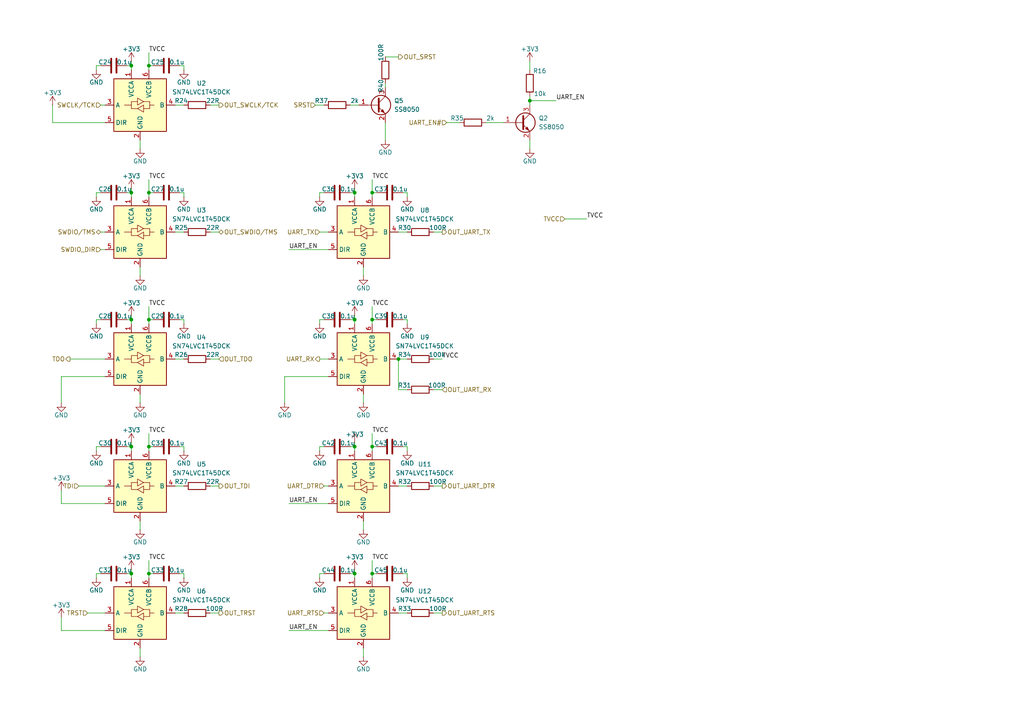
<source format=kicad_sch>
(kicad_sch (version 20250114) (generator "eeschema") (generator_version "9.0")
  (paper "A4")
  (lib_symbols
    (symbol "Device:C" (pin_numbers (hide yes)) (pin_names (offset 0.254))
      (property "Reference" "C" (at 0.635 2.54 0))
      (property "Value" "C" (at 0.635 -2.54 0))
      (symbol "C_0_1"
        (polyline (pts (xy -2.032 0.762) (xy 2.032 0.762)) (stroke (width 0.508)))
        (polyline (pts (xy -2.032 -0.762) (xy 2.032 -0.762)) (stroke (width 0.508)))
      )
      (symbol "C_1_1"
        (pin passive line (at 0 3.81 270) (length 2.794) (name "~") (number "1"))
        (pin passive line (at 0 -3.81 90) (length 2.794) (name "~") (number "2"))
      )
    )
    (symbol "Device:R" (pin_numbers (hide yes)) (pin_names (offset 0))
      (property "Reference" "R" (at 2.032 0 90))
      (property "Value" "R" (at 0 0 90))
      (symbol "R_0_1"
        (rectangle (start -1.016 -2.54) (end 1.016 2.54) (stroke (width 0.254)))
      )
      (symbol "R_1_1"
        (pin passive line (at 0 3.81 270) (length 1.27) (name "~") (number "1"))
        (pin passive line (at 0 -3.81 90) (length 1.27) (name "~") (number "2"))
      )
    )
    (symbol "Logic_LevelTranslator:SN74LVC1T45DCK"
      (property "Reference" "U" (at -6.35 8.89 0))
      (property "Value" "SN74LVC1T45DCK" (at 3.81 8.89 0))
      (symbol "SN74LVC1T45DCK_0_1"
        (rectangle (start -7.62 7.62) (end 7.62 -7.62) (stroke (width 0.254)) (fill (type background)))
        (polyline (pts (xy -2.54 0) (xy -2.54 1.016) (xy -0.762 1.016)))
        (polyline (pts (xy -0.762 0) (xy -0.762 2.032) (xy 1.016 1.016) (xy -0.762 0)))
        (polyline (pts (xy -0.762 -1.016) (xy -2.54 -1.016) (xy -2.54 0) (xy -4.572 0)))
        (polyline (pts (xy 1.016 1.016) (xy 2.794 1.016) (xy 2.794 0) (xy 4.064 0)))
        (polyline (pts (xy 1.016 0) (xy 1.016 -1.778) (xy 1.016 -2.032) (xy -0.762 -1.016) (xy 1.016 0)))
        (polyline (pts (xy 2.794 0) (xy 2.794 -1.016) (xy 1.016 -1.016)))
      )
      (symbol "SN74LVC1T45DCK_1_1"
        (pin bidirectional line (at -10.16 0 0) (length 2.54) (name "A") (number "3"))
        (pin input line (at -10.16 -5.08 0) (length 2.54) (name "DIR") (number "5"))
        (pin power_in line (at -2.54 10.16 270) (length 2.54) (name "VCCA") (number "1"))
        (pin power_in line (at 0 -10.16 90) (length 2.54) (name "GND") (number "2"))
        (pin power_in line (at 2.54 10.16 270) (length 2.54) (name "VCCB") (number "6"))
        (pin bidirectional line (at 10.16 0 180) (length 2.54) (name "B") (number "4"))
      )
    )
    (symbol "Transistor_BJT:SS8050" (pin_names (offset 0) (hide yes))
      (property "Reference" "Q" (at 5.08 1.905 0))
      (property "Value" "SS8050" (at 5.08 0 0))
      (symbol "SS8050_0_1"
        (polyline (pts (xy -2.54 0) (xy 0.635 0)))
        (polyline (pts (xy 0.635 1.905) (xy 0.635 -1.905)) (stroke (width 0.508)))
        (circle (center 1.27 0) (radius 2.8194) (stroke (width 0.254)))
      )
      (symbol "SS8050_1_1"
        (polyline (pts (xy 0.635 0.635) (xy 2.54 2.54)))
        (polyline (pts (xy 0.635 -0.635) (xy 2.54 -2.54)))
        (polyline (pts (xy 1.27 -1.778) (xy 1.778 -1.27) (xy 2.286 -2.286) (xy 1.27 -1.778)) (fill (type outline)))
        (pin input line (at -5.08 0 0) (length 2.54) (name "B") (number "1"))
        (pin passive line (at 2.54 5.08 270) (length 2.54) (name "C") (number "3"))
        (pin passive line (at 2.54 -5.08 90) (length 2.54) (name "E") (number "2"))
      )
    )
    (symbol "power:+3V3" (power) (pin_numbers (hide yes)) (pin_names (offset 0) (hide yes))
      (property "Value" "+3V3" (at 0 3.556 0))
      (symbol "+3V3_0_1"
        (polyline (pts (xy -0.762 1.27) (xy 0 2.54)))
        (polyline (pts (xy 0 2.54) (xy 0.762 1.27)))
        (polyline (pts (xy 0 0) (xy 0 2.54)))
      )
      (symbol "+3V3_1_1"
        (pin power_in line (at 0 0 90) (length 0) (name "~") (number "1"))
      )
    )
    (symbol "power:GND" (power) (pin_numbers (hide yes)) (pin_names (offset 0) (hide yes))
      (property "Value" "GND" (at 0 -3.81 0))
      (symbol "GND_0_1"
        (polyline (pts (xy 0 0) (xy 0 -1.27) (xy 1.27 -1.27) (xy 0 -2.54) (xy -1.27 -1.27) (xy 0 -1.27)))
      )
      (symbol "GND_1_1"
        (pin power_in line (at 0 0 270) (length 0) (name "~") (number "1"))
      )
    )
  )
  (junction (at 153.67 29.21))
  (junction (at 38.1 166.37))
  (junction (at 43.18 19.05))
  (junction (at 107.95 129.54))
  (junction (at 107.95 92.71))
  (junction (at 43.18 92.71))
  (junction (at 102.87 92.71))
  (junction (at 102.87 166.37))
  (junction (at 107.95 166.37))
  (junction (at 38.1 55.88))
  (junction (at 115.57 104.14))
  (junction (at 43.18 166.37))
  (junction (at 43.18 129.54))
  (junction (at 107.95 55.88))
  (junction (at 43.18 55.88))
  (junction (at 38.1 92.71))
  (junction (at 102.87 129.54))
  (junction (at 102.87 55.88))
  (junction (at 38.1 19.05))
  (junction (at 38.1 129.54))
  (wire (pts (xy 29.21 55.88) (xy 27.94 55.88)))
  (wire (pts (xy 60.96 140.97) (xy 63.5 140.97)))
  (wire (pts (xy 153.67 27.94) (xy 153.67 29.21)))
  (wire (pts (xy 118.11 55.88) (xy 118.11 57.15)))
  (wire (pts (xy 153.67 40.64) (xy 153.67 43.18)))
  (wire (pts (xy 43.18 129.54) (xy 43.18 130.81)))
  (wire (pts (xy 116.84 166.37) (xy 118.11 166.37)))
  (wire (pts (xy 153.67 29.21) (xy 153.67 30.48)))
  (wire (pts (xy 107.95 125.73) (xy 107.95 129.54)))
  (wire (pts (xy 102.87 166.37) (xy 102.87 167.64)))
  (wire (pts (xy 92.71 129.54) (xy 92.71 130.81)))
  (wire (pts (xy 43.18 166.37) (xy 43.18 167.64)))
  (wire (pts (xy 43.18 15.24) (xy 43.18 19.05)))
  (wire (pts (xy 52.07 19.05) (xy 53.34 19.05)))
  (wire (pts (xy 107.95 55.88) (xy 109.22 55.88)))
  (wire (pts (xy 27.94 129.54) (xy 27.94 130.81)))
  (wire (pts (xy 53.34 92.71) (xy 53.34 93.98)))
  (wire (pts (xy 60.96 30.48) (xy 63.5 30.48)))
  (wire (pts (xy 82.55 109.22) (xy 95.25 109.22)))
  (wire (pts (xy 43.18 92.71) (xy 43.18 93.98)))
  (wire (pts (xy 101.6 55.88) (xy 102.87 55.88)))
  (wire (pts (xy 83.82 146.05) (xy 95.25 146.05)))
  (wire (pts (xy 17.78 109.22) (xy 17.78 116.84)))
  (wire (pts (xy 27.94 55.88) (xy 27.94 57.15)))
  (wire (pts (xy 53.34 19.05) (xy 53.34 20.32)))
  (wire (pts (xy 91.44 30.48) (xy 93.98 30.48)))
  (wire (pts (xy 82.55 109.22) (xy 82.55 116.84)))
  (wire (pts (xy 111.76 24.13) (xy 111.76 25.4)))
  (wire (pts (xy 116.84 55.88) (xy 118.11 55.88)))
  (wire (pts (xy 107.95 162.56) (xy 107.95 166.37)))
  (wire (pts (xy 115.57 177.8) (xy 118.11 177.8)))
  (wire (pts (xy 93.98 140.97) (xy 95.25 140.97)))
  (wire (pts (xy 111.76 35.56) (xy 111.76 40.64)))
  (wire (pts (xy 101.6 92.71) (xy 102.87 92.71)))
  (wire (pts (xy 38.1 55.88) (xy 38.1 57.15)))
  (wire (pts (xy 52.07 129.54) (xy 53.34 129.54)))
  (wire (pts (xy 43.18 52.07) (xy 43.18 55.88)))
  (wire (pts (xy 38.1 165.1) (xy 38.1 166.37)))
  (wire (pts (xy 36.83 166.37) (xy 38.1 166.37)))
  (wire (pts (xy 125.73 140.97) (xy 128.27 140.97)))
  (wire (pts (xy 17.78 179.07) (xy 17.78 182.88)))
  (wire (pts (xy 102.87 129.54) (xy 102.87 130.81)))
  (wire (pts (xy 43.18 162.56) (xy 43.18 166.37)))
  (wire (pts (xy 115.57 104.14) (xy 118.11 104.14)))
  (wire (pts (xy 93.98 177.8) (xy 95.25 177.8)))
  (wire (pts (xy 27.94 166.37) (xy 27.94 167.64)))
  (wire (pts (xy 93.98 55.88) (xy 92.71 55.88)))
  (wire (pts (xy 101.6 30.48) (xy 104.14 30.48)))
  (wire (pts (xy 50.8 30.48) (xy 53.34 30.48)))
  (wire (pts (xy 36.83 92.71) (xy 38.1 92.71)))
  (wire (pts (xy 118.11 92.71) (xy 118.11 93.98)))
  (wire (pts (xy 102.87 128.27) (xy 102.87 129.54)))
  (wire (pts (xy 102.87 55.88) (xy 102.87 57.15)))
  (wire (pts (xy 50.8 104.14) (xy 53.34 104.14)))
  (wire (pts (xy 38.1 166.37) (xy 38.1 167.64)))
  (wire (pts (xy 153.67 29.21) (xy 161.29 29.21)))
  (wire (pts (xy 38.1 128.27) (xy 38.1 129.54)))
  (wire (pts (xy 43.18 19.05) (xy 44.45 19.05)))
  (wire (pts (xy 38.1 91.44) (xy 38.1 92.71)))
  (wire (pts (xy 101.6 129.54) (xy 102.87 129.54)))
  (wire (pts (xy 105.41 114.3) (xy 105.41 116.84)))
  (wire (pts (xy 107.95 92.71) (xy 107.95 93.98)))
  (wire (pts (xy 116.84 92.71) (xy 118.11 92.71)))
  (wire (pts (xy 125.73 113.03) (xy 128.27 113.03)))
  (wire (pts (xy 107.95 88.9) (xy 107.95 92.71)))
  (wire (pts (xy 52.07 55.88) (xy 53.34 55.88)))
  (wire (pts (xy 52.07 166.37) (xy 53.34 166.37)))
  (wire (pts (xy 17.78 182.88) (xy 30.48 182.88)))
  (wire (pts (xy 36.83 129.54) (xy 38.1 129.54)))
  (wire (pts (xy 92.71 92.71) (xy 92.71 93.98)))
  (wire (pts (xy 125.73 104.14) (xy 128.27 104.14)))
  (wire (pts (xy 60.96 104.14) (xy 63.5 104.14)))
  (wire (pts (xy 36.83 19.05) (xy 38.1 19.05)))
  (wire (pts (xy 40.64 114.3) (xy 40.64 116.84)))
  (wire (pts (xy 111.76 16.51) (xy 115.57 16.51)))
  (wire (pts (xy 27.94 19.05) (xy 27.94 20.32)))
  (wire (pts (xy 107.95 166.37) (xy 107.95 167.64)))
  (wire (pts (xy 38.1 129.54) (xy 38.1 130.81)))
  (wire (pts (xy 17.78 146.05) (xy 30.48 146.05)))
  (wire (pts (xy 50.8 177.8) (xy 53.34 177.8)))
  (wire (pts (xy 38.1 54.61) (xy 38.1 55.88)))
  (wire (pts (xy 107.95 166.37) (xy 109.22 166.37)))
  (wire (pts (xy 43.18 19.05) (xy 43.18 20.32)))
  (wire (pts (xy 115.57 140.97) (xy 118.11 140.97)))
  (wire (pts (xy 125.73 67.31) (xy 128.27 67.31)))
  (wire (pts (xy 93.98 92.71) (xy 92.71 92.71)))
  (wire (pts (xy 107.95 129.54) (xy 107.95 130.81)))
  (wire (pts (xy 129.54 35.56) (xy 133.35 35.56)))
  (wire (pts (xy 43.18 88.9) (xy 43.18 92.71)))
  (wire (pts (xy 118.11 129.54) (xy 118.11 130.81)))
  (wire (pts (xy 15.24 30.48) (xy 15.24 35.56)))
  (wire (pts (xy 115.57 113.03) (xy 115.57 104.14)))
  (wire (pts (xy 53.34 55.88) (xy 53.34 57.15)))
  (wire (pts (xy 40.64 40.64) (xy 40.64 43.18)))
  (wire (pts (xy 102.87 92.71) (xy 102.87 93.98)))
  (wire (pts (xy 140.97 35.56) (xy 146.05 35.56)))
  (wire (pts (xy 15.24 35.56) (xy 30.48 35.56)))
  (wire (pts (xy 22.86 140.97) (xy 30.48 140.97)))
  (wire (pts (xy 43.18 129.54) (xy 44.45 129.54)))
  (wire (pts (xy 20.32 104.14) (xy 30.48 104.14)))
  (wire (pts (xy 29.21 72.39) (xy 30.48 72.39)))
  (wire (pts (xy 29.21 92.71) (xy 27.94 92.71)))
  (wire (pts (xy 38.1 19.05) (xy 38.1 20.32)))
  (wire (pts (xy 53.34 166.37) (xy 53.34 167.64)))
  (wire (pts (xy 107.95 129.54) (xy 109.22 129.54)))
  (wire (pts (xy 102.87 91.44) (xy 102.87 92.71)))
  (wire (pts (xy 50.8 67.31) (xy 53.34 67.31)))
  (wire (pts (xy 25.4 177.8) (xy 30.48 177.8)))
  (wire (pts (xy 40.64 187.96) (xy 40.64 190.5)))
  (wire (pts (xy 102.87 165.1) (xy 102.87 166.37)))
  (wire (pts (xy 102.87 54.61) (xy 102.87 55.88)))
  (wire (pts (xy 83.82 72.39) (xy 95.25 72.39)))
  (wire (pts (xy 115.57 67.31) (xy 118.11 67.31)))
  (wire (pts (xy 107.95 92.71) (xy 109.22 92.71)))
  (wire (pts (xy 93.98 166.37) (xy 92.71 166.37)))
  (wire (pts (xy 43.18 55.88) (xy 43.18 57.15)))
  (wire (pts (xy 92.71 67.31) (xy 95.25 67.31)))
  (wire (pts (xy 60.96 177.8) (xy 63.5 177.8)))
  (wire (pts (xy 125.73 177.8) (xy 128.27 177.8)))
  (wire (pts (xy 43.18 125.73) (xy 43.18 129.54)))
  (wire (pts (xy 60.96 67.31) (xy 63.5 67.31)))
  (wire (pts (xy 43.18 166.37) (xy 44.45 166.37)))
  (wire (pts (xy 93.98 129.54) (xy 92.71 129.54)))
  (wire (pts (xy 92.71 104.14) (xy 95.25 104.14)))
  (wire (pts (xy 27.94 92.71) (xy 27.94 93.98)))
  (wire (pts (xy 17.78 142.24) (xy 17.78 146.05)))
  (wire (pts (xy 52.07 92.71) (xy 53.34 92.71)))
  (wire (pts (xy 107.95 55.88) (xy 107.95 57.15)))
  (wire (pts (xy 105.41 151.13) (xy 105.41 153.67)))
  (wire (pts (xy 50.8 140.97) (xy 53.34 140.97)))
  (wire (pts (xy 83.82 182.88) (xy 95.25 182.88)))
  (wire (pts (xy 163.83 63.5) (xy 170.18 63.5)))
  (wire (pts (xy 92.71 55.88) (xy 92.71 57.15)))
  (wire (pts (xy 29.21 19.05) (xy 27.94 19.05)))
  (wire (pts (xy 36.83 55.88) (xy 38.1 55.88)))
  (wire (pts (xy 105.41 187.96) (xy 105.41 190.5)))
  (wire (pts (xy 43.18 55.88) (xy 44.45 55.88)))
  (wire (pts (xy 17.78 109.22) (xy 30.48 109.22)))
  (wire (pts (xy 116.84 129.54) (xy 118.11 129.54)))
  (wire (pts (xy 40.64 151.13) (xy 40.64 153.67)))
  (wire (pts (xy 115.57 113.03) (xy 118.11 113.03)))
  (wire (pts (xy 53.34 129.54) (xy 53.34 130.81)))
  (wire (pts (xy 105.41 77.47) (xy 105.41 80.01)))
  (wire (pts (xy 101.6 166.37) (xy 102.87 166.37)))
  (wire (pts (xy 29.21 67.31) (xy 30.48 67.31)))
  (wire (pts (xy 38.1 17.78) (xy 38.1 19.05)))
  (wire (pts (xy 153.67 17.78) (xy 153.67 20.32)))
  (wire (pts (xy 118.11 166.37) (xy 118.11 167.64)))
  (wire (pts (xy 29.21 166.37) (xy 27.94 166.37)))
  (wire (pts (xy 38.1 92.71) (xy 38.1 93.98)))
  (wire (pts (xy 29.21 129.54) (xy 27.94 129.54)))
  (wire (pts (xy 107.95 52.07) (xy 107.95 55.88)))
  (wire (pts (xy 40.64 77.47) (xy 40.64 80.01)))
  (wire (pts (xy 29.21 30.48) (xy 30.48 30.48)))
  (wire (pts (xy 43.18 92.71) (xy 44.45 92.71)))
  (wire (pts (xy 92.71 166.37) (xy 92.71 167.64)))
  (label "UART_EN" (at 83.82 72.39 0))
  (label "TVCC" (at 107.95 162.56 0))
  (label "UART_EN" (at 83.82 146.05 0))
  (label "TVCC" (at 43.18 52.07 0))
  (label "TVCC" (at 43.18 125.73 0))
  (label "TVCC" (at 43.18 15.24 0))
  (label "TVCC" (at 107.95 125.73 0))
  (label "TVCC" (at 43.18 88.9 0))
  (label "TVCC" (at 170.18 63.5 0))
  (label "TVCC" (at 43.18 162.56 0))
  (label "UART_EN" (at 83.82 182.88 0))
  (label "TVCC" (at 107.95 52.07 0))
  (label "UART_EN" (at 161.29 29.21 0))
  (label "TVCC" (at 107.95 88.9 0))
  (label "TVCC" (at 128.27 104.14 0))
  (hierarchical_label "OUT_TDO" (shape input) (at 63.5 104.14 0))
  (hierarchical_label "SWCLK{slash}TCK" (shape input) (at 29.21 30.48 180))
  (hierarchical_label "OUT_UART_RX" (shape input) (at 128.27 113.03 0))
  (hierarchical_label "TDO" (shape output) (at 20.32 104.14 180))
  (hierarchical_label "OUT_TDI" (shape output) (at 63.5 140.97 0))
  (hierarchical_label "TVCC" (shape input) (at 163.83 63.5 180))
  (hierarchical_label "OUT_UART_RTS" (shape output) (at 128.27 177.8 0))
  (hierarchical_label "OUT_UART_DTR" (shape output) (at 128.27 140.97 0))
  (hierarchical_label "OUT_SWCLK{slash}TCK" (shape output) (at 63.5 30.48 0))
  (hierarchical_label "SWDIO{slash}TMS" (shape bidirectional) (at 29.21 67.31 180))
  (hierarchical_label "SRST" (shape input) (at 91.44 30.48 180))
  (hierarchical_label "OUT_TRST" (shape output) (at 63.5 177.8 0))
  (hierarchical_label "TRST" (shape input) (at 25.4 177.8 180))
  (hierarchical_label "UART_EN#" (shape input) (at 129.54 35.56 180))
  (hierarchical_label "UART_TX" (shape input) (at 92.71 67.31 180))
  (hierarchical_label "OUT_SRST" (shape output) (at 115.57 16.51 0))
  (hierarchical_label "UART_RTS" (shape input) (at 93.98 177.8 180))
  (hierarchical_label "UART_RX" (shape output) (at 92.71 104.14 180))
  (hierarchical_label "OUT_UART_TX" (shape output) (at 128.27 67.31 0))
  (hierarchical_label "OUT_SWDIO{slash}TMS" (shape bidirectional) (at 63.5 67.31 0))
  (hierarchical_label "SWDIO_DIR" (shape input) (at 29.21 72.39 180))
  (hierarchical_label "UART_DTR" (shape input) (at 93.98 140.97 180))
  (hierarchical_label "TDI" (shape input) (at 22.86 140.97 180))
  (symbol (lib_id "power:GND") (at 92.71 167.64 0) (unit 1)
    (property "Reference" "#PWR081" (effects (hide yes)))
    (property "Value" "GND" (at 92.71 171.196 0))
    (property "Description" "Power symbol creates a global label with name \"GND\" , ground" (effects (hide yes)))
  )
  (symbol (lib_id "power:GND") (at 27.94 20.32 0) (unit 1)
    (property "Reference" "#PWR022" (effects (hide yes)))
    (property "Value" "GND" (at 27.94 23.876 0))
    (property "Description" "Power symbol creates a global label with name \"GND\" , ground" (effects (hide yes)))
  )
  (symbol (lib_id "Device:R") (at 57.15 30.48 90) (unit 1)
    (property "Reference" "R24" (at 52.578 29.21 90))
    (property "Value" "22R" (at 61.722 29.21 90))
    (property "Footprint" "Resistor_SMD:R_0402_1005Metric" (effects (hide yes)))
    (property "Description" "Resistor" (effects (hide yes)))
  )
  (symbol (lib_id "power:GND") (at 40.64 190.5 0) (unit 1)
    (property "Reference" "#PWR048" (effects (hide yes)))
    (property "Value" "GND" (at 40.64 194.056 0))
    (property "Description" "Power symbol creates a global label with name \"GND\" , ground" (effects (hide yes)))
  )
  (symbol (lib_id "Device:R") (at 121.92 67.31 90) (unit 1)
    (property "Reference" "R30" (at 117.348 66.04 90))
    (property "Value" "100R" (at 127 66.04 90))
    (property "Footprint" "Resistor_SMD:R_0402_1005Metric" (effects (hide yes)))
    (property "Description" "Resistor" (effects (hide yes)))
  )
  (symbol (lib_id "power:GND") (at 27.94 57.15 0) (unit 1)
    (property "Reference" "#PWR028" (effects (hide yes)))
    (property "Value" "GND" (at 27.94 60.706 0))
    (property "Description" "Power symbol creates a global label with name \"GND\" , ground" (effects (hide yes)))
  )
  (symbol (lib_id "power:GND") (at 27.94 93.98 0) (unit 1)
    (property "Reference" "#PWR033" (effects (hide yes)))
    (property "Value" "GND" (at 27.94 97.536 0))
    (property "Description" "Power symbol creates a global label with name \"GND\" , ground" (effects (hide yes)))
  )
  (symbol (lib_id "power:+3V3") (at 102.87 165.1 0) (unit 1)
    (property "Reference" "#PWR079" (effects (hide yes)))
    (property "Value" "+3V3" (at 102.87 161.544 0))
    (property "Description" "Power symbol creates a global label with name \"+3V3\"" (effects (hide yes)))
  )
  (symbol (lib_id "Device:C") (at 33.02 129.54 90) (unit 1)
    (property "Reference" "C30" (at 30.48 128.524 90))
    (property "Value" "0.1u" (at 36.068 128.524 90))
    (property "Footprint" "Capacitor_SMD:C_0402_1005Metric" (effects (hide yes)))
    (property "Description" "Unpolarized capacitor" (effects (hide yes)))
  )
  (symbol (lib_id "Device:C") (at 113.03 92.71 90) (unit 1)
    (property "Reference" "C39" (at 110.49 91.694 90))
    (property "Value" "0.1u" (at 116.078 91.694 90))
    (property "Footprint" "Capacitor_SMD:C_0402_1005Metric" (effects (hide yes)))
    (property "Description" "Unpolarized capacitor" (effects (hide yes)))
  )
  (symbol (lib_id "Device:R") (at 121.92 140.97 90) (unit 1)
    (property "Reference" "R32" (at 117.348 139.7 90))
    (property "Value" "100R" (at 127 139.7 90))
    (property "Footprint" "Resistor_SMD:R_0402_1005Metric" (effects (hide yes)))
    (property "Description" "Resistor" (effects (hide yes)))
  )
  (symbol (lib_id "power:GND") (at 40.64 80.01 0) (unit 1)
    (property "Reference" "#PWR030" (effects (hide yes)))
    (property "Value" "GND" (at 40.64 83.566 0))
    (property "Description" "Power symbol creates a global label with name \"GND\" , ground" (effects (hide yes)))
  )
  (symbol (lib_id "Device:C") (at 33.02 55.88 90) (unit 1)
    (property "Reference" "C26" (at 30.48 54.864 90))
    (property "Value" "0.1u" (at 36.068 54.864 90))
    (property "Footprint" "Capacitor_SMD:C_0402_1005Metric" (effects (hide yes)))
    (property "Description" "Unpolarized capacitor" (effects (hide yes)))
  )
  (symbol (lib_id "power:+3V3") (at 38.1 17.78 0) (unit 1)
    (property "Reference" "#PWR018" (effects (hide yes)))
    (property "Value" "+3V3" (at 38.1 14.224 0))
    (property "Description" "Power symbol creates a global label with name \"+3V3\"" (effects (hide yes)))
  )
  (symbol (lib_id "power:GND") (at 118.11 57.15 0) (unit 1)
    (property "Reference" "#PWR058" (effects (hide yes)))
    (property "Value" "GND" (at 118.11 60.706 0))
    (property "Description" "Power symbol creates a global label with name \"GND\" , ground" (effects (hide yes)))
  )
  (symbol (lib_id "power:GND") (at 40.64 153.67 0) (unit 1)
    (property "Reference" "#PWR042" (effects (hide yes)))
    (property "Value" "GND" (at 40.64 157.226 0))
    (property "Description" "Power symbol creates a global label with name \"GND\" , ground" (effects (hide yes)))
  )
  (symbol (lib_id "Device:C") (at 33.02 19.05 90) (unit 1)
    (property "Reference" "C24" (at 30.48 18.034 90))
    (property "Value" "0.1u" (at 36.068 18.034 90))
    (property "Footprint" "Capacitor_SMD:C_0402_1005Metric" (effects (hide yes)))
    (property "Description" "Unpolarized capacitor" (effects (hide yes)))
  )
  (symbol (lib_id "Transistor_BJT:SS8050") (at 151.13 35.56 0) (unit 1)
    (property "Reference" "Q2" (at 156.21 34.2899 0) (effects (justify left)))
    (property "Value" "SS8050" (at 156.21 36.8299 0) (effects (justify left)))
    (property "Footprint" "Package_TO_SOT_SMD:SOT-23" (effects (hide yes)))
    (property "Datasheet" "http://www.secosgmbh.com/datasheet/products/SSMPTransistor/SOT-23/SS8050.pdf" (effects (hide yes)))
    (property "Description" "General Purpose NPN Transistor, 1.5A Ic, 25V Vce, SOT-23" (effects (hide yes)))
  )
  (symbol (lib_id "power:GND") (at 53.34 167.64 0) (unit 1)
    (property "Reference" "#PWR046" (effects (hide yes)))
    (property "Value" "GND" (at 53.34 171.196 0))
    (property "Description" "Power symbol creates a global label with name \"GND\" , ground" (effects (hide yes)))
  )
  (symbol (lib_id "Device:R") (at 57.15 177.8 90) (unit 1)
    (property "Reference" "R28" (at 52.578 176.53 90))
    (property "Value" "100R" (at 62.23 176.53 90))
    (property "Footprint" "Resistor_SMD:R_0402_1005Metric" (effects (hide yes)))
    (property "Description" "Resistor" (effects (hide yes)))
  )
  (symbol (lib_id "power:GND") (at 40.64 43.18 0) (unit 1)
    (property "Reference" "#PWR025" (effects (hide yes)))
    (property "Value" "GND" (at 40.64 46.736 0))
    (property "Description" "Power symbol creates a global label with name \"GND\" , ground" (effects (hide yes)))
  )
  (symbol (lib_id "Device:C") (at 48.26 55.88 90) (unit 1)
    (property "Reference" "C27" (at 45.72 54.864 90))
    (property "Value" "0.1u" (at 51.308 54.864 90))
    (property "Footprint" "Capacitor_SMD:C_0402_1005Metric" (effects (hide yes)))
    (property "Description" "Unpolarized capacitor" (effects (hide yes)))
  )
  (symbol (lib_id "power:GND") (at 53.34 20.32 0) (unit 1)
    (property "Reference" "#PWR023" (effects (hide yes)))
    (property "Value" "GND" (at 53.34 23.876 0))
    (property "Description" "Power symbol creates a global label with name \"GND\" , ground" (effects (hide yes)))
  )
  (symbol (lib_id "Logic_LevelTranslator:SN74LVC1T45DCK") (at 105.41 67.31 0) (unit 1)
    (property "Reference" "U8" (at 123.19 60.9914 0))
    (property "Value" "SN74LVC1T45DCK" (at 123.19 63.5314 0))
    (property "Footprint" "Package_TO_SOT_SMD:SOT-363_SC-70-6" (effects (hide yes)))
    (property "Datasheet" "http://www.ti.com/lit/ds/symlink/sn74lvc1t45.pdf" (effects (hide yes)))
    (property "Description" "Single-Bit Dual-Supply Bus Transceiver With Configurable Voltage Translation and 3-State Outputs, SOT-363" (effects (hide yes)))
  )
  (symbol (lib_id "power:+3V3") (at 102.87 128.27 0) (unit 1)
    (property "Reference" "#PWR073" (effects (hide yes)))
    (property "Value" "+3V3" (at 102.87 125.984 0))
    (property "Description" "Power symbol creates a global label with name \"+3V3\"" (effects (hide yes)))
  )
  (symbol (lib_id "power:GND") (at 27.94 130.81 0) (unit 1)
    (property "Reference" "#PWR039" (effects (hide yes)))
    (property "Value" "GND" (at 27.94 134.366 0))
    (property "Description" "Power symbol creates a global label with name \"GND\" , ground" (effects (hide yes)))
  )
  (symbol (lib_id "Device:C") (at 48.26 92.71 90) (unit 1)
    (property "Reference" "C29" (at 45.72 91.694 90))
    (property "Value" "0.1u" (at 51.308 91.694 90))
    (property "Footprint" "Capacitor_SMD:C_0402_1005Metric" (effects (hide yes)))
    (property "Description" "Unpolarized capacitor" (effects (hide yes)))
  )
  (symbol (lib_id "power:+3V3") (at 15.24 30.48 0) (unit 1)
    (property "Reference" "#PWR024" (effects (hide yes)))
    (property "Value" "+3V3" (at 15.24 26.924 0))
    (property "Description" "Power symbol creates a global label with name \"+3V3\"" (effects (hide yes)))
  )
  (symbol (lib_id "power:GND") (at 92.71 130.81 0) (unit 1)
    (property "Reference" "#PWR075" (effects (hide yes)))
    (property "Value" "GND" (at 92.71 134.366 0))
    (property "Description" "Power symbol creates a global label with name \"GND\" , ground" (effects (hide yes)))
  )
  (symbol (lib_id "power:GND") (at 118.11 130.81 0) (unit 1)
    (property "Reference" "#PWR076" (effects (hide yes)))
    (property "Value" "GND" (at 118.11 134.366 0))
    (property "Description" "Power symbol creates a global label with name \"GND\" , ground" (effects (hide yes)))
  )
  (symbol (lib_id "power:GND") (at 82.55 116.84 0) (unit 1)
    (property "Reference" "#PWR071" (effects (hide yes)))
    (property "Value" "GND" (at 82.55 120.396 0))
    (property "Description" "Power symbol creates a global label with name \"GND\" , ground" (effects (hide yes)))
  )
  (symbol (lib_id "Device:R") (at 137.16 35.56 90) (unit 1)
    (property "Reference" "R35" (at 132.588 34.29 90))
    (property "Value" "2k" (at 142.24 34.29 90))
    (property "Footprint" "Resistor_SMD:R_0402_1005Metric" (effects (hide yes)))
    (property "Description" "Resistor" (effects (hide yes)))
  )
  (symbol (lib_id "Logic_LevelTranslator:SN74LVC1T45DCK") (at 40.64 104.14 0) (unit 1)
    (property "Reference" "U4" (at 58.42 97.8214 0))
    (property "Value" "SN74LVC1T45DCK" (at 58.42 100.3614 0))
    (property "Footprint" "Package_TO_SOT_SMD:SOT-363_SC-70-6" (effects (hide yes)))
    (property "Datasheet" "http://www.ti.com/lit/ds/symlink/sn74lvc1t45.pdf" (effects (hide yes)))
    (property "Description" "Single-Bit Dual-Supply Bus Transceiver With Configurable Voltage Translation and 3-State Outputs, SOT-363" (effects (hide yes)))
  )
  (symbol (lib_id "Device:R") (at 97.79 30.48 90) (unit 1)
    (property "Reference" "R37" (at 93.218 29.21 90))
    (property "Value" "2k" (at 102.87 29.21 90))
    (property "Footprint" "Resistor_SMD:R_0402_1005Metric" (effects (hide yes)))
    (property "Description" "Resistor" (effects (hide yes)))
  )
  (symbol (lib_id "Logic_LevelTranslator:SN74LVC1T45DCK") (at 40.64 140.97 0) (unit 1)
    (property "Reference" "U5" (at 58.42 134.6514 0))
    (property "Value" "SN74LVC1T45DCK" (at 58.42 137.1914 0))
    (property "Footprint" "Package_TO_SOT_SMD:SOT-363_SC-70-6" (effects (hide yes)))
    (property "Datasheet" "http://www.ti.com/lit/ds/symlink/sn74lvc1t45.pdf" (effects (hide yes)))
    (property "Description" "Single-Bit Dual-Supply Bus Transceiver With Configurable Voltage Translation and 3-State Outputs, SOT-363" (effects (hide yes)))
  )
  (symbol (lib_id "Device:C") (at 33.02 92.71 90) (unit 1)
    (property "Reference" "C28" (at 30.48 91.694 90))
    (property "Value" "0.1u" (at 36.068 91.694 90))
    (property "Footprint" "Capacitor_SMD:C_0402_1005Metric" (effects (hide yes)))
    (property "Description" "Unpolarized capacitor" (effects (hide yes)))
  )
  (symbol (lib_id "Logic_LevelTranslator:SN74LVC1T45DCK") (at 105.41 140.97 0) (unit 1)
    (property "Reference" "U11" (at 123.19 134.6514 0))
    (property "Value" "SN74LVC1T45DCK" (at 123.19 137.1914 0))
    (property "Footprint" "Package_TO_SOT_SMD:SOT-363_SC-70-6" (effects (hide yes)))
    (property "Datasheet" "http://www.ti.com/lit/ds/symlink/sn74lvc1t45.pdf" (effects (hide yes)))
    (property "Description" "Single-Bit Dual-Supply Bus Transceiver With Configurable Voltage Translation and 3-State Outputs, SOT-363" (effects (hide yes)))
  )
  (symbol (lib_id "Device:R") (at 57.15 67.31 90) (unit 1)
    (property "Reference" "R25" (at 52.578 66.04 90))
    (property "Value" "22R" (at 61.722 66.04 90))
    (property "Footprint" "Resistor_SMD:R_0402_1005Metric" (effects (hide yes)))
    (property "Description" "Resistor" (effects (hide yes)))
  )
  (symbol (lib_id "power:+3V3") (at 102.87 54.61 0) (unit 1)
    (property "Reference" "#PWR055" (effects (hide yes)))
    (property "Value" "+3V3" (at 102.87 51.054 0))
    (property "Description" "Power symbol creates a global label with name \"+3V3\"" (effects (hide yes)))
  )
  (symbol (lib_id "Device:C") (at 97.79 129.54 90) (unit 1)
    (property "Reference" "C42" (at 95.25 128.524 90))
    (property "Value" "0.1u" (at 100.838 128.524 90))
    (property "Footprint" "Capacitor_SMD:C_0402_1005Metric" (effects (hide yes)))
    (property "Description" "Unpolarized capacitor" (effects (hide yes)))
  )
  (symbol (lib_id "power:GND") (at 105.41 153.67 0) (unit 1)
    (property "Reference" "#PWR078" (effects (hide yes)))
    (property "Value" "GND" (at 105.41 157.226 0))
    (property "Description" "Power symbol creates a global label with name \"GND\" , ground" (effects (hide yes)))
  )
  (symbol (lib_id "power:GND") (at 40.64 116.84 0) (unit 1)
    (property "Reference" "#PWR036" (effects (hide yes)))
    (property "Value" "GND" (at 40.64 120.396 0))
    (property "Description" "Power symbol creates a global label with name \"GND\" , ground" (effects (hide yes)))
  )
  (symbol (lib_id "Logic_LevelTranslator:SN74LVC1T45DCK") (at 40.64 177.8 0) (unit 1)
    (property "Reference" "U6" (at 58.42 171.4814 0))
    (property "Value" "SN74LVC1T45DCK" (at 58.42 174.0214 0))
    (property "Footprint" "Package_TO_SOT_SMD:SOT-363_SC-70-6" (effects (hide yes)))
    (property "Datasheet" "http://www.ti.com/lit/ds/symlink/sn74lvc1t45.pdf" (effects (hide yes)))
    (property "Description" "Single-Bit Dual-Supply Bus Transceiver With Configurable Voltage Translation and 3-State Outputs, SOT-363" (effects (hide yes)))
  )
  (symbol (lib_id "power:GND") (at 105.41 116.84 0) (unit 1)
    (property "Reference" "#PWR072" (effects (hide yes)))
    (property "Value" "GND" (at 105.41 120.396 0))
    (property "Description" "Power symbol creates a global label with name \"GND\" , ground" (effects (hide yes)))
  )
  (symbol (lib_id "Device:C") (at 48.26 19.05 90) (unit 1)
    (property "Reference" "C25" (at 45.72 18.034 90))
    (property "Value" "0.1u" (at 51.308 18.034 90))
    (property "Footprint" "Capacitor_SMD:C_0402_1005Metric" (effects (hide yes)))
    (property "Description" "Unpolarized capacitor" (effects (hide yes)))
  )
  (symbol (lib_id "Device:C") (at 113.03 166.37 90) (unit 1)
    (property "Reference" "C45" (at 110.49 165.354 90))
    (property "Value" "0.1u" (at 116.078 165.354 90))
    (property "Footprint" "Capacitor_SMD:C_0402_1005Metric" (effects (hide yes)))
    (property "Description" "Unpolarized capacitor" (effects (hide yes)))
  )
  (symbol (lib_id "Transistor_BJT:SS8050") (at 109.22 30.48 0) (unit 1)
    (property "Reference" "Q5" (at 114.3 29.2099 0) (effects (justify left)))
    (property "Value" "SS8050" (at 114.3 31.7499 0) (effects (justify left)))
    (property "Footprint" "Package_TO_SOT_SMD:SOT-23" (effects (hide yes)))
    (property "Datasheet" "http://www.secosgmbh.com/datasheet/products/SSMPTransistor/SOT-23/SS8050.pdf" (effects (hide yes)))
    (property "Description" "General Purpose NPN Transistor, 1.5A Ic, 25V Vce, SOT-23" (effects (hide yes)))
  )
  (symbol (lib_id "power:GND") (at 105.41 80.01 0) (unit 1)
    (property "Reference" "#PWR060" (effects (hide yes)))
    (property "Value" "GND" (at 105.41 83.566 0))
    (property "Description" "Power symbol creates a global label with name \"GND\" , ground" (effects (hide yes)))
  )
  (symbol (lib_id "Logic_LevelTranslator:SN74LVC1T45DCK") (at 105.41 104.14 0) (unit 1)
    (property "Reference" "U9" (at 123.19 97.8214 0))
    (property "Value" "SN74LVC1T45DCK" (at 123.19 100.3614 0))
    (property "Footprint" "Package_TO_SOT_SMD:SOT-363_SC-70-6" (effects (hide yes)))
    (property "Datasheet" "http://www.ti.com/lit/ds/symlink/sn74lvc1t45.pdf" (effects (hide yes)))
    (property "Description" "Single-Bit Dual-Supply Bus Transceiver With Configurable Voltage Translation and 3-State Outputs, SOT-363" (effects (hide yes)))
  )
  (symbol (lib_id "Device:R") (at 121.92 104.14 90) (unit 1)
    (property "Reference" "R34" (at 117.348 102.87 90))
    (property "Value" "100k" (at 126.746 102.87 90))
    (property "Footprint" "Resistor_SMD:R_0402_1005Metric" (effects (hide yes)))
    (property "Description" "Resistor" (effects (hide yes)))
  )
  (symbol (lib_id "power:GND") (at 118.11 93.98 0) (unit 1)
    (property "Reference" "#PWR064" (effects (hide yes)))
    (property "Value" "GND" (at 118.11 97.536 0))
    (property "Description" "Power symbol creates a global label with name \"GND\" , ground" (effects (hide yes)))
  )
  (symbol (lib_id "power:GND") (at 105.41 190.5 0) (unit 1)
    (property "Reference" "#PWR097" (effects (hide yes)))
    (property "Value" "GND" (at 105.41 194.056 0))
    (property "Description" "Power symbol creates a global label with name \"GND\" , ground" (effects (hide yes)))
  )
  (symbol (lib_id "power:+3V3") (at 38.1 128.27 0) (unit 1)
    (property "Reference" "#PWR037" (effects (hide yes)))
    (property "Value" "+3V3" (at 38.1 124.714 0))
    (property "Description" "Power symbol creates a global label with name \"+3V3\"" (effects (hide yes)))
  )
  (symbol (lib_id "power:GND") (at 53.34 57.15 0) (unit 1)
    (property "Reference" "#PWR029" (effects (hide yes)))
    (property "Value" "GND" (at 53.34 60.706 0))
    (property "Description" "Power symbol creates a global label with name \"GND\" , ground" (effects (hide yes)))
  )
  (symbol (lib_id "Device:R") (at 57.15 104.14 90) (unit 1)
    (property "Reference" "R26" (at 52.578 102.87 90))
    (property "Value" "22R" (at 61.722 102.87 90))
    (property "Footprint" "Resistor_SMD:R_0402_1005Metric" (effects (hide yes)))
    (property "Description" "Resistor" (effects (hide yes)))
  )
  (symbol (lib_id "power:GND") (at 111.76 40.64 0) (unit 1)
    (property "Reference" "#PWR0129" (effects (hide yes)))
    (property "Value" "GND" (at 111.76 44.196 0))
    (property "Description" "Power symbol creates a global label with name \"GND\" , ground" (effects (hide yes)))
  )
  (symbol (lib_id "Device:C") (at 97.79 166.37 90) (unit 1)
    (property "Reference" "C44" (at 95.25 165.354 90))
    (property "Value" "0.1u" (at 100.838 165.354 90))
    (property "Footprint" "Capacitor_SMD:C_0402_1005Metric" (effects (hide yes)))
    (property "Description" "Unpolarized capacitor" (effects (hide yes)))
  )
  (symbol (lib_id "Device:C") (at 97.79 92.71 90) (unit 1)
    (property "Reference" "C38" (at 95.25 91.694 90))
    (property "Value" "0.1u" (at 100.838 91.694 90))
    (property "Footprint" "Capacitor_SMD:C_0402_1005Metric" (effects (hide yes)))
    (property "Description" "Unpolarized capacitor" (effects (hide yes)))
  )
  (symbol (lib_id "power:GND") (at 92.71 93.98 0) (unit 1)
    (property "Reference" "#PWR063" (effects (hide yes)))
    (property "Value" "GND" (at 92.71 97.536 0))
    (property "Description" "Power symbol creates a global label with name \"GND\" , ground" (effects (hide yes)))
  )
  (symbol (lib_id "Logic_LevelTranslator:SN74LVC1T45DCK") (at 40.64 67.31 0) (unit 1)
    (property "Reference" "U3" (at 58.42 60.9914 0))
    (property "Value" "SN74LVC1T45DCK" (at 58.42 63.5314 0))
    (property "Footprint" "Package_TO_SOT_SMD:SOT-363_SC-70-6" (effects (hide yes)))
    (property "Datasheet" "http://www.ti.com/lit/ds/symlink/sn74lvc1t45.pdf" (effects (hide yes)))
    (property "Description" "Single-Bit Dual-Supply Bus Transceiver With Configurable Voltage Translation and 3-State Outputs, SOT-363" (effects (hide yes)))
  )
  (symbol (lib_id "power:GND") (at 92.71 57.15 0) (unit 1)
    (property "Reference" "#PWR057" (effects (hide yes)))
    (property "Value" "GND" (at 92.71 60.706 0))
    (property "Description" "Power symbol creates a global label with name \"GND\" , ground" (effects (hide yes)))
  )
  (symbol (lib_id "Device:C") (at 113.03 129.54 90) (unit 1)
    (property "Reference" "C43" (at 110.49 128.524 90))
    (property "Value" "0.1u" (at 116.078 128.524 90))
    (property "Footprint" "Capacitor_SMD:C_0402_1005Metric" (effects (hide yes)))
    (property "Description" "Unpolarized capacitor" (effects (hide yes)))
  )
  (symbol (lib_id "Device:C") (at 48.26 129.54 90) (unit 1)
    (property "Reference" "C31" (at 45.72 128.524 90))
    (property "Value" "0.1u" (at 51.308 128.524 90))
    (property "Footprint" "Capacitor_SMD:C_0402_1005Metric" (effects (hide yes)))
    (property "Description" "Unpolarized capacitor" (effects (hide yes)))
  )
  (symbol (lib_id "power:GND") (at 53.34 93.98 0) (unit 1)
    (property "Reference" "#PWR034" (effects (hide yes)))
    (property "Value" "GND" (at 53.34 97.536 0))
    (property "Description" "Power symbol creates a global label with name \"GND\" , ground" (effects (hide yes)))
  )
  (symbol (lib_id "power:+3V3") (at 102.87 91.44 0) (unit 1)
    (property "Reference" "#PWR061" (effects (hide yes)))
    (property "Value" "+3V3" (at 102.87 87.884 0))
    (property "Description" "Power symbol creates a global label with name \"+3V3\"" (effects (hide yes)))
  )
  (symbol (lib_id "Device:R") (at 153.67 24.13 180) (unit 1)
    (property "Reference" "R16" (at 158.496 20.574 0) (effects (justify left)))
    (property "Value" "10k" (at 158.496 27.178 0) (effects (justify left)))
    (property "Footprint" "Resistor_SMD:R_0402_1005Metric" (effects (hide yes)))
    (property "Description" "Resistor" (effects (hide yes)))
  )
  (symbol (lib_id "power:GND") (at 27.94 167.64 0) (unit 1)
    (property "Reference" "#PWR045" (effects (hide yes)))
    (property "Value" "GND" (at 27.94 171.196 0))
    (property "Description" "Power symbol creates a global label with name \"GND\" , ground" (effects (hide yes)))
  )
  (symbol (lib_id "power:+3V3") (at 153.67 17.78 0) (unit 1)
    (property "Reference" "#PWR099" (effects (hide yes)))
    (property "Value" "+3V3" (at 153.67 14.224 0))
    (property "Description" "Power symbol creates a global label with name \"+3V3\"" (effects (hide yes)))
  )
  (symbol (lib_id "Device:C") (at 113.03 55.88 90) (unit 1)
    (property "Reference" "C37" (at 110.49 54.864 90))
    (property "Value" "0.1u" (at 116.078 54.864 90))
    (property "Footprint" "Capacitor_SMD:C_0402_1005Metric" (effects (hide yes)))
    (property "Description" "Unpolarized capacitor" (effects (hide yes)))
  )
  (symbol (lib_id "Device:C") (at 97.79 55.88 90) (unit 1)
    (property "Reference" "C36" (at 95.25 54.864 90))
    (property "Value" "0.1u" (at 100.838 54.864 90))
    (property "Footprint" "Capacitor_SMD:C_0402_1005Metric" (effects (hide yes)))
    (property "Description" "Unpolarized capacitor" (effects (hide yes)))
  )
  (symbol (lib_id "power:GND") (at 17.78 116.84 0) (unit 1)
    (property "Reference" "#PWR035" (effects (hide yes)))
    (property "Value" "GND" (at 17.78 120.396 0))
    (property "Description" "Power symbol creates a global label with name \"GND\" , ground" (effects (hide yes)))
  )
  (symbol (lib_id "power:GND") (at 53.34 130.81 0) (unit 1)
    (property "Reference" "#PWR040" (effects (hide yes)))
    (property "Value" "GND" (at 53.34 134.366 0))
    (property "Description" "Power symbol creates a global label with name \"GND\" , ground" (effects (hide yes)))
  )
  (symbol (lib_id "Device:C") (at 33.02 166.37 90) (unit 1)
    (property "Reference" "C32" (at 30.48 165.354 90))
    (property "Value" "0.1u" (at 36.068 165.354 90))
    (property "Footprint" "Capacitor_SMD:C_0402_1005Metric" (effects (hide yes)))
    (property "Description" "Unpolarized capacitor" (effects (hide yes)))
  )
  (symbol (lib_id "Device:R") (at 57.15 140.97 90) (unit 1)
    (property "Reference" "R27" (at 52.578 139.7 90))
    (property "Value" "22R" (at 61.722 139.7 90))
    (property "Footprint" "Resistor_SMD:R_0402_1005Metric" (effects (hide yes)))
    (property "Description" "Resistor" (effects (hide yes)))
  )
  (symbol (lib_id "power:+3V3") (at 17.78 179.07 0) (unit 1)
    (property "Reference" "#PWR047" (effects (hide yes)))
    (property "Value" "+3V3" (at 17.78 175.514 0))
    (property "Description" "Power symbol creates a global label with name \"+3V3\"" (effects (hide yes)))
  )
  (symbol (lib_id "Device:R") (at 121.92 113.03 90) (unit 1)
    (property "Reference" "R31" (at 117.348 111.76 90))
    (property "Value" "100R" (at 126.746 111.76 90))
    (property "Footprint" "Resistor_SMD:R_0402_1005Metric" (effects (hide yes)))
    (property "Description" "Resistor" (effects (hide yes)))
  )
  (symbol (lib_id "power:+3V3") (at 38.1 54.61 0) (unit 1)
    (property "Reference" "#PWR026" (effects (hide yes)))
    (property "Value" "+3V3" (at 38.1 51.054 0))
    (property "Description" "Power symbol creates a global label with name \"+3V3\"" (effects (hide yes)))
  )
  (symbol (lib_id "power:+3V3") (at 17.78 142.24 0) (unit 1)
    (property "Reference" "#PWR041" (effects (hide yes)))
    (property "Value" "+3V3" (at 17.78 138.684 0))
    (property "Description" "Power symbol creates a global label with name \"+3V3\"" (effects (hide yes)))
  )
  (symbol (lib_id "power:GND") (at 118.11 167.64 0) (unit 1)
    (property "Reference" "#PWR082" (effects (hide yes)))
    (property "Value" "GND" (at 118.11 171.196 0))
    (property "Description" "Power symbol creates a global label with name \"GND\" , ground" (effects (hide yes)))
  )
  (symbol (lib_id "power:+3V3") (at 38.1 91.44 0) (unit 1)
    (property "Reference" "#PWR031" (effects (hide yes)))
    (property "Value" "+3V3" (at 38.1 87.884 0))
    (property "Description" "Power symbol creates a global label with name \"+3V3\"" (effects (hide yes)))
  )
  (symbol (lib_id "Device:R") (at 111.76 20.32 180) (unit 1)
    (property "Reference" "R40" (at 110.49 24.892 90))
    (property "Value" "100R" (at 110.49 15.24 90))
    (property "Footprint" "Resistor_SMD:R_0402_1005Metric" (effects (hide yes)))
    (property "Description" "Resistor" (effects (hide yes)))
  )
  (symbol (lib_id "power:+3V3") (at 38.1 165.1 0) (unit 1)
    (property "Reference" "#PWR043" (effects (hide yes)))
    (property "Value" "+3V3" (at 38.1 161.544 0))
    (property "Description" "Power symbol creates a global label with name \"+3V3\"" (effects (hide yes)))
  )
  (symbol (lib_id "Logic_LevelTranslator:SN74LVC1T45DCK") (at 40.64 30.48 0) (unit 1)
    (property "Reference" "U2" (at 58.42 24.1614 0))
    (property "Value" "SN74LVC1T45DCK" (at 58.42 26.7014 0))
    (property "Footprint" "Package_TO_SOT_SMD:SOT-363_SC-70-6" (effects (hide yes)))
    (property "Datasheet" "http://www.ti.com/lit/ds/symlink/sn74lvc1t45.pdf" (effects (hide yes)))
    (property "Description" "Single-Bit Dual-Supply Bus Transceiver With Configurable Voltage Translation and 3-State Outputs, SOT-363" (effects (hide yes)))
  )
  (symbol (lib_id "Device:C") (at 48.26 166.37 90) (unit 1)
    (property "Reference" "C33" (at 45.72 165.354 90))
    (property "Value" "0.1u" (at 51.308 165.354 90))
    (property "Footprint" "Capacitor_SMD:C_0402_1005Metric" (effects (hide yes)))
    (property "Description" "Unpolarized capacitor" (effects (hide yes)))
  )
  (symbol (lib_id "power:GND") (at 153.67 43.18 0) (unit 1)
    (property "Reference" "#PWR0142" (effects (hide yes)))
    (property "Value" "GND" (at 153.67 46.736 0))
    (property "Description" "Power symbol creates a global label with name \"GND\" , ground" (effects (hide yes)))
  )
  (symbol (lib_id "Device:R") (at 121.92 177.8 90) (unit 1)
    (property "Reference" "R33" (at 117.348 176.53 90))
    (property "Value" "100R" (at 127 176.53 90))
    (property "Footprint" "Resistor_SMD:R_0402_1005Metric" (effects (hide yes)))
    (property "Description" "Resistor" (effects (hide yes)))
  )
  (symbol (lib_id "Logic_LevelTranslator:SN74LVC1T45DCK") (at 105.41 177.8 0) (unit 1)
    (property "Reference" "U12" (at 123.19 171.4814 0))
    (property "Value" "SN74LVC1T45DCK" (at 123.19 174.0214 0))
    (property "Footprint" "Package_TO_SOT_SMD:SOT-363_SC-70-6" (effects (hide yes)))
    (property "Datasheet" "http://www.ti.com/lit/ds/symlink/sn74lvc1t45.pdf" (effects (hide yes)))
    (property "Description" "Single-Bit Dual-Supply Bus Transceiver With Configurable Voltage Translation and 3-State Outputs, SOT-363" (effects (hide yes)))
  )
)
</source>
